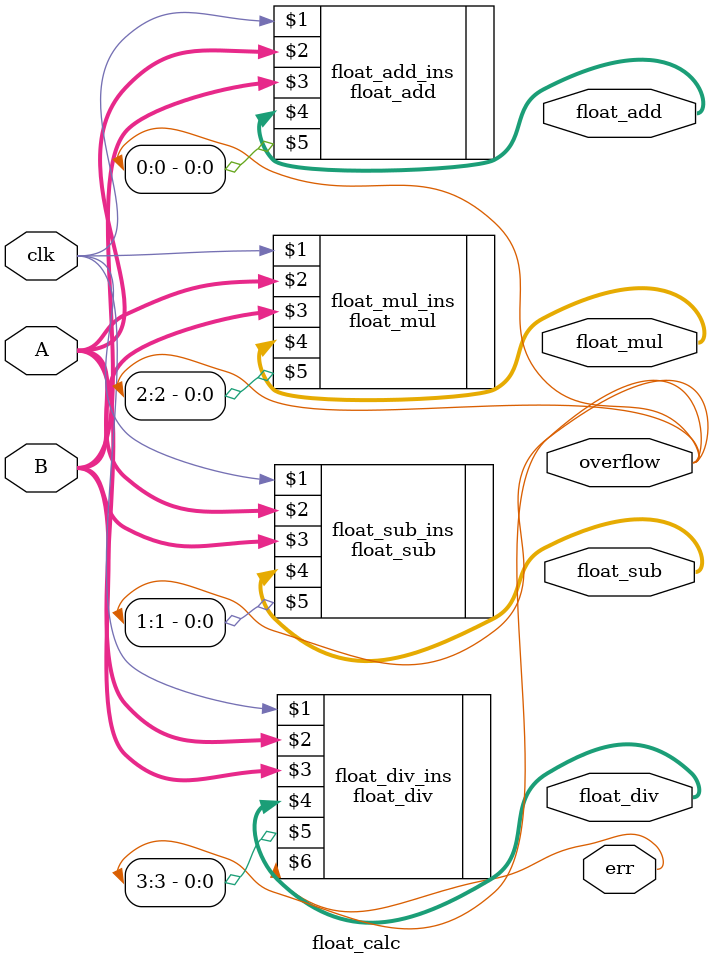
<source format=v>
`timescale 1ns / 1ps
module float_calc(
	clk, A, B, float_add, float_sub, float_mul, float_div, overflow, err
    );

input wire clk;
input wire [31:0]A;
input wire [31:0]B;
output wire [31:0]float_add;
output wire [31:0]float_sub;
output wire [31:0]float_mul;
output wire [31:0]float_div;
output wire [3:0]overflow;
output wire err;

float_add float_add_ins(clk, A, B, float_add, overflow[0]);
float_sub float_sub_ins(clk, A, B, float_sub, overflow[1]);
float_mul float_mul_ins(clk, A, B, float_mul, overflow[2]);
float_div float_div_ins(clk, A, B, float_div, overflow[3], err);


endmodule

</source>
